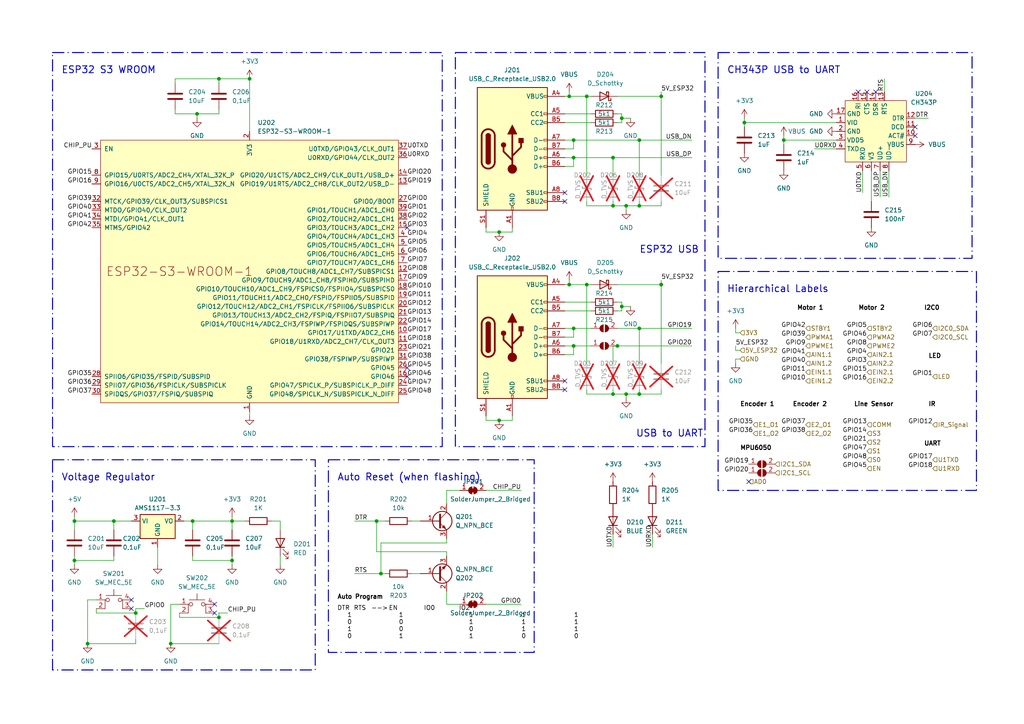
<source format=kicad_sch>
(kicad_sch (version 20230121) (generator eeschema)
  (paper "A4")
  (title_block (title "ESP32 S3") (comment 1 "Author: Pedro Henrique Germano Silva") (comment 2 "this is not a comertial product.") (comment 3 "Removed ESD protection from USB to reduce part count, reduce PCB complexity and size, and because"))
  (lib_symbols
    (symbol "Connector:USB_C_Receptacle_USB2.0" (pin_names (offset 1.016))
      (property "Reference" "J" (at -10.16 19.05 0))
      (property "Value" "USB_C_Receptacle_USB2.0" (at 19.05 19.05 0))
      (symbol "USB_C_Receptacle_USB2.0_1_1"
        (pin passive line (at 0 -22.86 90) (length 5.08) (name "GND") (number "A1"))
        (pin passive line (at 0 -22.86 90) (length 5.08) hide (name "GND") (number "A12"))
        (pin passive line (at 15.24 15.24 180) (length 5.08) (name "VBUS") (number "A4"))
        (pin bidirectional line (at 15.24 10.16 180) (length 5.08) (name "CC1") (number "A5"))
        (pin bidirectional line (at 15.24 -2.54 180) (length 5.08) (name "D+") (number "A6"))
        (pin bidirectional line (at 15.24 2.54 180) (length 5.08) (name "D-") (number "A7"))
        (pin bidirectional line (at 15.24 -12.7 180) (length 5.08) (name "SBU1") (number "A8"))
        (pin passive line (at 15.24 15.24 180) (length 5.08) hide (name "VBUS") (number "A9"))
        (pin passive line (at 0 -22.86 90) (length 5.08) hide (name "GND") (number "B1"))
        (pin passive line (at 0 -22.86 90) (length 5.08) hide (name "GND") (number "B12"))
        (pin passive line (at 15.24 15.24 180) (length 5.08) hide (name "VBUS") (number "B4"))
        (pin bidirectional line (at 15.24 7.62 180) (length 5.08) (name "CC2") (number "B5"))
        (pin bidirectional line (at 15.24 -5.08 180) (length 5.08) (name "D+") (number "B6"))
        (pin bidirectional line (at 15.24 0 180) (length 5.08) (name "D-") (number "B7"))
        (pin bidirectional line (at 15.24 -15.24 180) (length 5.08) (name "SBU2") (number "B8"))
        (pin passive line (at 15.24 15.24 180) (length 5.08) hide (name "VBUS") (number "B9"))
        (pin passive line (at -7.62 -22.86 90) (length 5.08) (name "SHIELD") (number "S1"))
      )
    )
    (symbol "Device:C" (pin_numbers hide) (pin_names (offset 0.254))
      (property "Reference" "C" (at 0.635 2.54 0))
      (property "Value" "C" (at 0.635 -2.54 0))
      (symbol "C_1_1"
        (pin passive line (at 0 3.81 270) (length 2.794) (name "~") (number "1"))
        (pin passive line (at 0 -3.81 90) (length 2.794) (name "~") (number "2"))
      )
    )
    (symbol "Device:D_Schottky" (pin_numbers hide) (pin_names (offset 1.016) hide)
      (property "Reference" "D" (at 0 2.54 0))
      (property "Value" "D_Schottky" (at 0 -2.54 0))
      (symbol "D_Schottky_1_1"
        (pin passive line (at -3.81 0 0) (length 2.54) (name "K") (number "1"))
        (pin passive line (at 3.81 0 180) (length 2.54) (name "A") (number "2"))
      )
    )
    (symbol "Device:D_TVS" (pin_numbers hide) (pin_names (offset 1.016) hide)
      (property "Reference" "D" (at 0 2.54 0))
      (property "Value" "D_TVS" (at 0 -2.54 0))
      (symbol "D_TVS_1_1"
        (pin passive line (at -3.81 0 0) (length 2.54) (name "A1") (number "1"))
        (pin passive line (at 3.81 0 180) (length 2.54) (name "A2") (number "2"))
      )
    )
    (symbol "Device:LED" (pin_numbers hide) (pin_names (offset 1.016) hide)
      (property "Reference" "D" (at 0 2.54 0))
      (property "Value" "LED" (at 0 -2.54 0))
      (symbol "LED_1_1"
        (pin passive line (at -3.81 0 0) (length 2.54) (name "K") (number "1"))
        (pin passive line (at 3.81 0 180) (length 2.54) (name "A") (number "2"))
      )
    )
    (symbol "Device:Q_NPN_BCE" (pin_names (offset 0) hide)
      (property "Reference" "Q" (at 5.08 1.27 0))
      (property "Value" "Q_NPN_BCE" (at 5.08 -1.27 0))
      (symbol "Q_NPN_BCE_1_1"
        (pin input line (at -5.08 0 0) (length 5.715) (name "B") (number "1"))
        (pin passive line (at 2.54 5.08 270) (length 2.54) (name "C") (number "2"))
        (pin passive line (at 2.54 -5.08 90) (length 2.54) (name "E") (number "3"))
      )
    )
    (symbol "Device:R" (pin_numbers hide) (pin_names (offset 0))
      (property "Reference" "R" (at 2.032 0 90))
      (property "Value" "R" (at 0 0 90))
      (symbol "R_1_1"
        (pin passive line (at 0 3.81 270) (length 1.27) (name "~") (number "1"))
        (pin passive line (at 0 -3.81 90) (length 1.27) (name "~") (number "2"))
      )
    )
    (symbol "Jumper:SolderJumper_2_Bridged" (pin_names (offset 0) hide)
      (property "Reference" "JP" (at 0 2.032 0))
      (property "Value" "SolderJumper_2_Bridged" (at 0 -2.54 0))
      (symbol "SolderJumper_2_Bridged_1_1"
        (pin passive line (at -3.81 0 0) (length 2.54) (name "A") (number "1"))
        (pin passive line (at 3.81 0 180) (length 2.54) (name "B") (number "2"))
      )
    )
    (symbol "Jumper:SolderJumper_2_Open" (pin_names (offset 0) hide)
      (property "Reference" "JP" (at 0 2.032 0))
      (property "Value" "SolderJumper_2_Open" (at 0 -2.54 0))
      (symbol "SolderJumper_2_Open_1_1"
        (pin passive line (at -3.81 0 0) (length 2.54) (name "A") (number "1"))
        (pin passive line (at 3.81 0 180) (length 2.54) (name "B") (number "2"))
      )
    )
    (symbol "PCM_Espressif:ESP32-S3-WROOM-1" (pin_names (offset 1.016))
      (property "Reference" "U" (at -43.18 43.18 0))
      (property "Value" "ESP32-S3-WROOM-1" (at -43.18 40.64 0))
      (symbol "ESP32-S3-WROOM-1_0_0"
        (text "ESP32-S3-WROOM-1" (at -20.32 0 0) (effects (font (size 2.54 2.54))))
        (pin power_in line (at 0 -40.64 90) (length 2.54) (name "GND") (number "1"))
        (pin bidirectional line (at 45.72 -17.78 180) (length 2.54) (name "GPIO17/U1TXD/ADC2_CH6") (number "10"))
        (pin bidirectional line (at 45.72 -20.32 180) (length 2.54) (name "GPIO18/U1RXD/ADC2_CH7/CLK_OUT3") (number "11"))
        (pin bidirectional line (at 45.72 0 180) (length 2.54) (name "GPIO8/TOUCH8/ADC1_CH7/SUBSPICS1") (number "12"))
        (pin bidirectional line (at 45.72 25.4 180) (length 2.54) (name "GPIO19/U1RTS/ADC2_CH8/CLK_OUT2/USB_D-") (number "13"))
        (pin bidirectional line (at 45.72 27.94 180) (length 2.54) (name "GPIO20/U1CTS/ADC2_CH9/CLK_OUT1/USB_D+") (number "14"))
        (pin bidirectional line (at 45.72 12.7 180) (length 2.54) (name "GPIO3/TOUCH3/ADC1_CH2") (number "15"))
        (pin bidirectional line (at 45.72 -30.48 180) (length 2.54) (name "GPIO46") (number "16"))
        (pin bidirectional line (at 45.72 -2.54 180) (length 2.54) (name "GPIO9/TOUCH9/ADC1_CH8/FSPIHD/SUBSPIHD") (number "17"))
        (pin bidirectional line (at 45.72 -5.08 180) (length 2.54) (name "GPIO10/TOUCH10/ADC1_CH9/FSPICS0/FSPIIO4/SUBSPICS0") (number "18"))
        (pin bidirectional line (at 45.72 -7.62 180) (length 2.54) (name "GPIO11/TOUCH11/ADC2_CH0/FSPID/FSPIIO5/SUBSPID") (number "19"))
        (pin power_in line (at 0 40.64 270) (length 2.54) (name "3V3") (number "2"))
        (pin bidirectional line (at 45.72 -10.16 180) (length 2.54) (name "GPIO12/TOUCH12/ADC2_CH1/FSPICLK/FSPIIO6/SUBSPICLK") (number "20"))
        (pin bidirectional line (at 45.72 -12.7 180) (length 2.54) (name "GPIO13/TOUCH13/ADC2_CH2/FSPIQ/FSPIIO7/SUBSPIQ") (number "21"))
        (pin bidirectional line (at 45.72 -15.24 180) (length 2.54) (name "GPIO14/TOUCH14/ADC2_CH3/FSPIWP/FSPIDQS/SUBSPIWP") (number "22"))
        (pin bidirectional line (at 45.72 -22.86 180) (length 2.54) (name "GPIO21") (number "23"))
        (pin bidirectional line (at 45.72 -33.02 180) (length 2.54) (name "GPIO47/SPICLK_P/SUBSPICLK_P_DIFF") (number "24"))
        (pin bidirectional line (at 45.72 -35.56 180) (length 2.54) (name "GPIO48/SPICLK_N/SUBSPICLK_N_DIFF") (number "25"))
        (pin bidirectional line (at 45.72 -27.94 180) (length 2.54) (name "GPIO45") (number "26"))
        (pin bidirectional line (at 45.72 20.32 180) (length 2.54) (name "GPIO0/BOOT") (number "27"))
        (pin bidirectional line (at -45.72 -30.48 0) (length 2.54) (name "SPIIO6/GPIO35/FSPID/SUBSPID") (number "28"))
        (pin bidirectional line (at -45.72 -33.02 0) (length 2.54) (name "SPIIO7/GPIO36/FSPICLK/SUBSPICLK") (number "29"))
        (pin input line (at -45.72 35.56 0) (length 2.54) (name "EN") (number "3"))
        (pin bidirectional line (at -45.72 -35.56 0) (length 2.54) (name "SPIDQS/GPIO37/FSPIQ/SUBSPIQ") (number "30"))
        (pin bidirectional line (at 45.72 -25.4 180) (length 2.54) (name "GPIO38/FSPIWP/SUBSPIWP") (number "31"))
        (pin bidirectional line (at -45.72 20.32 0) (length 2.54) (name "MTCK/GPIO39/CLK_OUT3/SUBSPICS1") (number "32"))
        (pin bidirectional line (at -45.72 17.78 0) (length 2.54) (name "MTDO/GPIO40/CLK_OUT2") (number "33"))
        (pin bidirectional line (at -45.72 15.24 0) (length 2.54) (name "MTDI/GPIO41/CLK_OUT1") (number "34"))
        (pin bidirectional line (at -45.72 12.7 0) (length 2.54) (name "MTMS/GPIO42") (number "35"))
        (pin bidirectional line (at 45.72 33.02 180) (length 2.54) (name "U0RXD/GPIO44/CLK_OUT2") (number "36"))
        (pin bidirectional line (at 45.72 35.56 180) (length 2.54) (name "U0TXD/GPIO43/CLK_OUT1") (number "37"))
        (pin bidirectional line (at 45.72 15.24 180) (length 2.54) (name "GPIO2/TOUCH2/ADC1_CH1") (number "38"))
        (pin bidirectional line (at 45.72 17.78 180) (length 2.54) (name "GPIO1/TOUCH1/ADC1_CH0") (number "39"))
        (pin bidirectional line (at 45.72 10.16 180) (length 2.54) (name "GPIO4/TOUCH4/ADC1_CH3") (number "4"))
        (pin passive line (at 0 -40.64 90) (length 2.54) hide (name "GND") (number "40"))
        (pin passive line (at 0 -40.64 90) (length 2.54) hide (name "GND") (number "41"))
        (pin bidirectional line (at 45.72 7.62 180) (length 2.54) (name "GPIO5/TOUCH5/ADC1_CH4") (number "5"))
        (pin bidirectional line (at 45.72 5.08 180) (length 2.54) (name "GPIO6/TOUCH6/ADC1_CH5") (number "6"))
        (pin bidirectional line (at 45.72 2.54 180) (length 2.54) (name "GPIO7/TOUCH7/ADC1_CH6") (number "7"))
        (pin bidirectional line (at -45.72 27.94 0) (length 2.54) (name "GPIO15/U0RTS/ADC2_CH4/XTAL_32K_P") (number "8"))
        (pin bidirectional line (at -45.72 25.4 0) (length 2.54) (name "GPIO16/U0CTS/ADC2_CH5/XTAL_32K_N") (number "9"))
      )
    )
    (symbol "Regulator_Linear:AMS1117-3.3"
      (property "Reference" "U" (at -3.81 3.175 0))
      (property "Value" "AMS1117-3.3" (at 0 3.175 0))
      (symbol "AMS1117-3.3_1_1"
        (pin power_in line (at 0 -7.62 90) (length 2.54) (name "GND") (number "1"))
        (pin power_out line (at 7.62 0 180) (length 2.54) (name "VO") (number "2"))
        (pin power_in line (at -7.62 0 0) (length 2.54) (name "VI") (number "3"))
      )
    )
    (symbol "Switch:SW_MEC_5E" (pin_names (offset 1.016) hide)
      (property "Reference" "SW" (at 0.635 5.715 0))
      (property "Value" "SW_MEC_5E" (at 0 -3.175 0))
      (symbol "SW_MEC_5E_0_1"
        (pin passive line (at -5.08 2.54 0) (length 2.54) (name "1") (number "1"))
        (pin passive line (at -5.08 0 0) (length 2.54) (name "2") (number "2"))
        (pin passive line (at 5.08 0 180) (length 2.54) (name "K") (number "3"))
        (pin passive line (at 5.08 2.54 180) (length 2.54) (name "A") (number "4"))
      )
    )
    (symbol "power:+3V3" (power) (pin_names (offset 0))
      (property "Value" "+3V3" (at 0 3.556 0))
      (symbol "+3V3_1_1"
        (pin power_in line (at 0 0 90) (length 0) hide (name "+3V3") (number "1"))
      )
    )
    (symbol "power:+5V" (power) (pin_names (offset 0))
      (property "Value" "+5V" (at 0 3.556 0))
      (symbol "+5V_1_1"
        (pin power_in line (at 0 0 90) (length 0) hide (name "+5V") (number "1"))
      )
    )
    (symbol "power:GND" (power) (pin_names (offset 0))
      (property "Value" "GND" (at 0 -3.81 0))
      (symbol "GND_1_1"
        (pin power_in line (at 0 0 270) (length 0) hide (name "GND") (number "1"))
      )
    )
    (symbol "power:VBUS" (power) (pin_names (offset 0))
      (property "Value" "VBUS" (at 0 3.81 0))
      (symbol "VBUS_1_1"
        (pin power_in line (at 0 0 90) (length 0) hide (name "VBUS") (number "1"))
      )
    )
    (symbol "wch_mcu_peripheral:CH343P"
      (property "Reference" "U" (at 3.81 -19.05 0))
      (property "Value" "CH343P" (at -1.27 -19.05 0))
      (symbol "CH343P_1_1"
        (pin passive line (at -2.54 -11.43 90) (length 2.54) (name "VIO") (number "1"))
        (pin passive line (at 1.27 11.43 270) (length 2.54) (name "ACT#") (number "10"))
        (pin passive line (at -1.27 11.43 270) (length 2.54) (name "DCD") (number "11"))
        (pin passive line (at -3.81 11.43 270) (length 2.54) (name "DTR") (number "12"))
        (pin passive line (at -11.43 2.54 0) (length 2.54) (name "RTS") (number "13"))
        (pin passive line (at -11.43 0 0) (length 2.54) (name "DSR") (number "14"))
        (pin passive line (at -11.43 -2.54 0) (length 2.54) (name "CTS") (number "15"))
        (pin passive line (at -11.43 -5.08 0) (length 2.54) (name "RI") (number "16"))
        (pin power_in line (at -5.08 -11.43 90) (length 2.54) (name "GND") (number "17"))
        (pin power_in line (at 0 -11.43 90) (length 2.54) (name "GND") (number "2"))
        (pin power_in line (at 2.54 -11.43 90) (length 2.54) (name "VDD5") (number "3"))
        (pin output line (at 5.08 -11.43 90) (length 2.54) (name "TXD") (number "4"))
        (pin input line (at 11.43 -3.81 180) (length 2.54) (name "RXD") (number "5"))
        (pin passive line (at 11.43 -1.27 180) (length 2.54) (name "V3") (number "6"))
        (pin bidirectional line (at 11.43 1.27 180) (length 2.54) (name "UD+") (number "7"))
        (pin bidirectional line (at 11.43 3.81 180) (length 2.54) (name "UD-") (number "8"))
        (pin power_in line (at 3.81 11.43 270) (length 2.54) (name "VBUS") (number "9"))
      )
    )
  )
  (junction (at 57.15 33.02))
  (junction (at 215.9 35.56))
  (junction (at 180.34 34.29))
  (junction (at 181.61 59.69))
  (junction (at 109.22 151.13))
  (junction (at 170.18 27.94))
  (junction (at 177.8 114.3))
  (junction (at 72.39 22.86))
  (junction (at 55.88 151.13))
  (junction (at 21.59 162.56))
  (junction (at 49.53 186.69))
  (junction (at 166.37 45.72))
  (junction (at 110.49 166.37))
  (junction (at 180.34 88.9))
  (junction (at 227.33 40.64))
  (junction (at 179.07 100.33))
  (junction (at 170.18 82.55))
  (junction (at 166.37 95.25))
  (junction (at 33.02 151.13))
  (junction (at 185.42 40.64))
  (junction (at 185.42 95.25))
  (junction (at 166.37 40.64))
  (junction (at 21.59 151.13))
  (junction (at 181.61 114.3))
  (junction (at 191.77 82.55))
  (junction (at 25.4 186.69))
  (junction (at 67.31 162.56))
  (junction (at 166.37 100.33))
  (junction (at 177.8 59.69))
  (junction (at 63.5 179.07))
  (junction (at 144.78 67.31))
  (junction (at 191.77 27.94))
  (junction (at 165.1 27.94))
  (junction (at 185.42 59.69))
  (junction (at 185.42 114.3))
  (junction (at 39.37 177.8))
  (junction (at 144.78 121.92))
  (junction (at 63.5 22.86))
  (junction (at 165.1 82.55))
  (junction (at 177.8 45.72))
  (junction (at 67.31 151.13))
  (no_connect (at 62.23 175.26))
  (no_connect (at 265.43 39.37))
  (no_connect (at 163.83 55.88))
  (no_connect (at 248.92 26.67))
  (no_connect (at 118.11 66.04))
  (no_connect (at 118.11 106.68))
  (no_connect (at 254 26.67))
  (no_connect (at 38.1 173.99))
  (no_connect (at 251.46 26.67))
  (no_connect (at 62.23 177.8))
  (no_connect (at 163.83 110.49))
  (no_connect (at 217.17 139.7))
  (no_connect (at 163.83 58.42))
  (no_connect (at 118.11 109.22))
  (no_connect (at 38.1 176.53))
  (no_connect (at 265.43 36.83))
  (no_connect (at 163.83 113.03))
  (wire (pts (xy 163.83 97.79) (xy 166.37 97.79)))
  (wire (pts (xy 63.5 24.13) (xy 63.5 22.86)))
  (wire (pts (xy 191.77 27.94) (xy 191.77 26.67)))
  (wire (pts (xy 214.63 101.6) (xy 213.36 101.6)))
  (wire (pts (xy 181.61 59.69) (xy 185.42 59.69)))
  (wire (pts (xy 227.33 40.64) (xy 242.57 40.64)))
  (wire (pts (xy 53.34 151.13) (xy 55.88 151.13)))
  (wire (pts (xy 78.74 151.13) (xy 81.28 151.13)))
  (wire (pts (xy 213.36 95.25) (xy 213.36 96.52)))
  (wire (pts (xy 72.39 119.38) (xy 72.39 120.65)))
  (wire (pts (xy 170.18 82.55) (xy 170.18 105.41)))
  (wire (pts (xy 110.49 157.48) (xy 129.54 157.48)))
  (wire (pts (xy 163.83 43.18) (xy 166.37 43.18)))
  (wire (pts (xy 170.18 58.42) (xy 170.18 59.69)))
  (wire (pts (xy 39.37 176.53) (xy 41.91 176.53)))
  (wire (pts (xy 163.83 45.72) (xy 166.37 45.72)))
  (wire (pts (xy 163.83 35.56) (xy 171.45 35.56)))
  (wire (pts (xy 63.5 179.07) (xy 63.5 177.8)))
  (wire (pts (xy 163.83 87.63) (xy 171.45 87.63)))
  (wire (pts (xy 163.83 90.17) (xy 171.45 90.17)))
  (wire (pts (xy 38.1 151.13) (xy 33.02 151.13)))
  (wire (pts (xy 140.97 120.65) (xy 140.97 121.92)))
  (wire (pts (xy 177.8 100.33) (xy 179.07 100.33)))
  (wire (pts (xy 177.8 154.94) (xy 177.8 158.75)))
  (wire (pts (xy 140.97 175.26) (xy 151.13 175.26)))
  (wire (pts (xy 191.77 50.8) (xy 191.77 27.94)))
  (wire (pts (xy 33.02 161.29) (xy 33.02 162.56)))
  (wire (pts (xy 180.34 35.56) (xy 179.07 35.56)))
  (wire (pts (xy 170.18 114.3) (xy 177.8 114.3)))
  (wire (pts (xy 27.94 173.99) (xy 25.4 173.99)))
  (wire (pts (xy 252.73 49.53) (xy 252.73 58.42)))
  (wire (pts (xy 177.8 100.33) (xy 177.8 105.41)))
  (wire (pts (xy 21.59 162.56) (xy 21.59 163.83)))
  (wire (pts (xy 63.5 177.8) (xy 66.04 177.8)))
  (wire (pts (xy 55.88 161.29) (xy 55.88 162.56)))
  (wire (pts (xy 57.15 33.02) (xy 57.15 34.29)))
  (wire (pts (xy 256.54 22.86) (xy 256.54 26.67)))
  (wire (pts (xy 129.54 146.05) (xy 129.54 142.24)))
  (wire (pts (xy 50.8 24.13) (xy 50.8 22.86)))
  (wire (pts (xy 81.28 161.29) (xy 81.28 163.83)))
  (wire (pts (xy 45.72 158.75) (xy 45.72 163.83)))
  (wire (pts (xy 148.59 67.31) (xy 144.78 67.31)))
  (wire (pts (xy 165.1 27.94) (xy 165.1 26.67)))
  (wire (pts (xy 163.83 100.33) (xy 166.37 100.33)))
  (wire (pts (xy 129.54 157.48) (xy 129.54 156.21)))
  (wire (pts (xy 109.22 151.13) (xy 109.22 160.02)))
  (wire (pts (xy 191.77 59.69) (xy 185.42 59.69)))
  (wire (pts (xy 52.07 179.07) (xy 63.5 179.07)))
  (wire (pts (xy 50.8 33.02) (xy 57.15 33.02)))
  (wire (pts (xy 189.23 154.94) (xy 189.23 158.75)))
  (wire (pts (xy 215.9 35.56) (xy 242.57 35.56)))
  (wire (pts (xy 185.42 113.03) (xy 185.42 114.3)))
  (wire (pts (xy 140.97 67.31) (xy 144.78 67.31)))
  (wire (pts (xy 165.1 82.55) (xy 165.1 81.28)))
  (wire (pts (xy 81.28 151.13) (xy 81.28 153.67)))
  (wire (pts (xy 163.83 27.94) (xy 165.1 27.94)))
  (wire (pts (xy 185.42 95.25) (xy 185.42 105.41)))
  (wire (pts (xy 179.07 27.94) (xy 191.77 27.94)))
  (wire (pts (xy 163.83 82.55) (xy 165.1 82.55)))
  (wire (pts (xy 170.18 82.55) (xy 171.45 82.55)))
  (wire (pts (xy 166.37 100.33) (xy 171.45 100.33)))
  (wire (pts (xy 163.83 40.64) (xy 166.37 40.64)))
  (wire (pts (xy 27.94 177.8) (xy 39.37 177.8)))
  (wire (pts (xy 180.34 88.9) (xy 180.34 90.17)))
  (wire (pts (xy 63.5 22.86) (xy 72.39 22.86)))
  (wire (pts (xy 181.61 114.3) (xy 181.61 115.57)))
  (wire (pts (xy 170.18 27.94) (xy 170.18 50.8)))
  (wire (pts (xy 191.77 58.42) (xy 191.77 59.69)))
  (wire (pts (xy 215.9 36.83) (xy 215.9 35.56)))
  (wire (pts (xy 227.33 39.37) (xy 227.33 40.64)))
  (wire (pts (xy 49.53 175.26) (xy 49.53 186.69)))
  (wire (pts (xy 177.8 45.72) (xy 177.8 50.8)))
  (wire (pts (xy 227.33 40.64) (xy 227.33 41.91)))
  (wire (pts (xy 129.54 160.02) (xy 129.54 161.29)))
  (wire (pts (xy 177.8 114.3) (xy 181.61 114.3)))
  (wire (pts (xy 163.83 33.02) (xy 171.45 33.02)))
  (wire (pts (xy 181.61 114.3) (xy 185.42 114.3)))
  (wire (pts (xy 166.37 40.64) (xy 185.42 40.64)))
  (wire (pts (xy 72.39 22.86) (xy 72.39 38.1)))
  (wire (pts (xy 191.77 82.55) (xy 191.77 81.28)))
  (wire (pts (xy 213.36 101.6) (xy 213.36 100.33)))
  (wire (pts (xy 102.87 166.37) (xy 110.49 166.37)))
  (wire (pts (xy 166.37 48.26) (xy 166.37 45.72)))
  (wire (pts (xy 119.38 166.37) (xy 121.92 166.37)))
  (wire (pts (xy 109.22 160.02) (xy 129.54 160.02)))
  (wire (pts (xy 133.35 175.26) (xy 129.54 175.26)))
  (wire (pts (xy 179.07 82.55) (xy 191.77 82.55)))
  (wire (pts (xy 21.59 161.29) (xy 21.59 162.56)))
  (wire (pts (xy 191.77 113.03) (xy 191.77 114.3)))
  (wire (pts (xy 55.88 151.13) (xy 55.88 153.67)))
  (wire (pts (xy 177.8 59.69) (xy 181.61 59.69)))
  (wire (pts (xy 166.37 43.18) (xy 166.37 40.64)))
  (wire (pts (xy 170.18 59.69) (xy 177.8 59.69)))
  (wire (pts (xy 185.42 58.42) (xy 185.42 59.69)))
  (wire (pts (xy 33.02 151.13) (xy 33.02 153.67)))
  (wire (pts (xy 179.07 33.02) (xy 180.34 33.02)))
  (wire (pts (xy 179.07 95.25) (xy 185.42 95.25)))
  (wire (pts (xy 185.42 40.64) (xy 200.66 40.64)))
  (wire (pts (xy 25.4 173.99) (xy 25.4 186.69)))
  (wire (pts (xy 213.36 104.14) (xy 214.63 104.14)))
  (wire (pts (xy 179.07 100.33) (xy 200.66 100.33)))
  (wire (pts (xy 181.61 59.69) (xy 181.61 60.96)))
  (wire (pts (xy 67.31 162.56) (xy 67.31 163.83)))
  (wire (pts (xy 250.19 49.53) (xy 250.19 55.88)))
  (wire (pts (xy 163.83 95.25) (xy 166.37 95.25)))
  (wire (pts (xy 191.77 105.41) (xy 191.77 82.55)))
  (wire (pts (xy 265.43 34.29) (xy 269.24 34.29)))
  (wire (pts (xy 185.42 95.25) (xy 200.66 95.25)))
  (wire (pts (xy 165.1 27.94) (xy 170.18 27.94)))
  (wire (pts (xy 39.37 186.69) (xy 25.4 186.69)))
  (wire (pts (xy 215.9 34.29) (xy 215.9 35.56)))
  (wire (pts (xy 57.15 33.02) (xy 63.5 33.02)))
  (wire (pts (xy 148.59 120.65) (xy 148.59 121.92)))
  (wire (pts (xy 111.76 166.37) (xy 110.49 166.37)))
  (wire (pts (xy 191.77 114.3) (xy 185.42 114.3)))
  (wire (pts (xy 55.88 162.56) (xy 67.31 162.56)))
  (wire (pts (xy 179.07 87.63) (xy 180.34 87.63)))
  (wire (pts (xy 52.07 177.8) (xy 52.07 179.07)))
  (wire (pts (xy 129.54 142.24) (xy 133.35 142.24)))
  (wire (pts (xy 213.36 105.41) (xy 213.36 104.14)))
  (wire (pts (xy 140.97 66.04) (xy 140.97 67.31)))
  (wire (pts (xy 180.34 34.29) (xy 180.34 35.56)))
  (wire (pts (xy 39.37 185.42) (xy 39.37 186.69)))
  (wire (pts (xy 180.34 88.9) (xy 182.88 88.9)))
  (wire (pts (xy 255.27 49.53) (xy 255.27 57.15)))
  (wire (pts (xy 21.59 149.86) (xy 21.59 151.13)))
  (wire (pts (xy 119.38 151.13) (xy 121.92 151.13)))
  (wire (pts (xy 166.37 45.72) (xy 177.8 45.72)))
  (wire (pts (xy 177.8 45.72) (xy 200.66 45.72)))
  (wire (pts (xy 21.59 151.13) (xy 21.59 153.67)))
  (wire (pts (xy 33.02 151.13) (xy 21.59 151.13)))
  (wire (pts (xy 177.8 113.03) (xy 177.8 114.3)))
  (wire (pts (xy 177.8 58.42) (xy 177.8 59.69)))
  (wire (pts (xy 67.31 151.13) (xy 55.88 151.13)))
  (wire (pts (xy 67.31 149.86) (xy 67.31 151.13)))
  (wire (pts (xy 27.94 176.53) (xy 27.94 177.8)))
  (wire (pts (xy 129.54 175.26) (xy 129.54 171.45)))
  (wire (pts (xy 165.1 82.55) (xy 170.18 82.55)))
  (wire (pts (xy 50.8 31.75) (xy 50.8 33.02)))
  (wire (pts (xy 170.18 27.94) (xy 171.45 27.94)))
  (wire (pts (xy 213.36 96.52) (xy 214.63 96.52)))
  (wire (pts (xy 185.42 40.64) (xy 185.42 50.8)))
  (wire (pts (xy 52.07 175.26) (xy 49.53 175.26)))
  (wire (pts (xy 166.37 97.79) (xy 166.37 95.25)))
  (wire (pts (xy 39.37 177.8) (xy 39.37 176.53)))
  (wire (pts (xy 257.81 49.53) (xy 257.81 57.15)))
  (wire (pts (xy 140.97 121.92) (xy 144.78 121.92)))
  (wire (pts (xy 33.02 162.56) (xy 21.59 162.56)))
  (wire (pts (xy 140.97 142.24) (xy 151.13 142.24)))
  (wire (pts (xy 180.34 34.29) (xy 182.88 34.29)))
  (wire (pts (xy 236.22 43.18) (xy 242.57 43.18)))
  (wire (pts (xy 166.37 102.87) (xy 166.37 100.33)))
  (wire (pts (xy 163.83 102.87) (xy 166.37 102.87)))
  (wire (pts (xy 180.34 87.63) (xy 180.34 88.9)))
  (wire (pts (xy 109.22 151.13) (xy 111.76 151.13)))
  (wire (pts (xy 163.83 48.26) (xy 166.37 48.26)))
  (wire (pts (xy 180.34 33.02) (xy 180.34 34.29)))
  (wire (pts (xy 110.49 166.37) (xy 110.49 157.48)))
  (wire (pts (xy 67.31 161.29) (xy 67.31 162.56)))
  (wire (pts (xy 180.34 90.17) (xy 179.07 90.17)))
  (wire (pts (xy 148.59 121.92) (xy 144.78 121.92)))
  (wire (pts (xy 49.53 186.69) (xy 63.5 186.69)))
  (wire (pts (xy 166.37 95.25) (xy 171.45 95.25)))
  (wire (pts (xy 50.8 22.86) (xy 63.5 22.86)))
  (wire (pts (xy 67.31 153.67) (xy 67.31 151.13)))
  (wire (pts (xy 148.59 66.04) (xy 148.59 67.31)))
  (wire (pts (xy 170.18 113.03) (xy 170.18 114.3)))
  (wire (pts (xy 63.5 33.02) (xy 63.5 31.75)))
  (wire (pts (xy 102.87 151.13) (xy 109.22 151.13)))
  (wire (pts (xy 67.31 151.13) (xy 71.12 151.13)))
  (rectangle (start 15.24 133.35) (end 91.44 194.31) (stroke (width 0.3) (type dash_dot)))
  (rectangle (start 208.28 78.74) (end 283.21 142.24) (stroke (width 0.3) (type dash_dot)))
  (rectangle (start 132.08 15.24) (end 204.47 129.54) (stroke (width 0.3) (type dash_dot)))
  (rectangle (start 208.28 15.24) (end 281.94 74.93) (stroke (width 0.3) (type dash_dot)))
  (rectangle (start 15.24 15.24) (end 128.27 129.54) (stroke (width 0.3) (type dash_dot)))
  (rectangle (start 95.25 133.35) (end 154.94 189.23) (stroke (width 0.3) (type dash_dot)))
  (text "Voltage Regulator" (at 17.78 139.7 0) (effects (font (size 2 2) (thickness 0.254) bold) (justify left bottom)))
  (text "ESP32 S3 WROOM" (at 17.78 21.59 0) (effects (font (size 2 2) (thickness 0.254) bold) (justify left bottom)))
  (text "DTR	RTS	-->	EN		IO0		IO2\n   1		   1			   1		   1		   1\n   0		   0			   1		   1		   1\n   1		   0			   0		   1		   1\n   0		   1			   1		   0		   0" (at 97.79 185.42 0) (effects (font (size 1.27 1.27)) (justify left bottom)))
  (text "MPU6050" (at 214.63 130.81 0) (effects (font (size 1.27 1.27) (thickness 0.254) bold) (justify left bottom)))
  (text "Motor 1" (at 231.14 90.17 0) (effects (font (size 1.27 1.27) (thickness 0.254) bold) (justify left bottom)))
  (text "Auto Program" (at 97.79 173.99 0) (effects (font (size 1.27 1.27) (thickness 0.254) bold) (justify left bottom)))
  (text "Line Sensor" (at 247.65 118.11 0) (effects (font (size 1.27 1.27) (thickness 0.254) bold) (justify left bottom)))
  (text "IR" (at 269.24 118.11 0) (effects (font (size 1.27 1.27) (thickness 0.254) bold) (justify left bottom)))
  (text " USB to UART" (at 182.88 127 0) (effects (font (size 2 2) (thickness 0.254) bold) (justify left bottom)))
  (text "UART" (at 267.97 129.54 0) (effects (font (size 1.27 1.27) (thickness 0.254) bold) (justify left bottom)))
  (text "Encoder 1" (at 214.63 118.11 0) (effects (font (size 1.27 1.27) (thickness 0.254) bold) (justify left bottom)))
  (text "ESP32 USB" (at 185.42 73.66 0) (effects (font (size 2 2) (thickness 0.254) bold) (justify left bottom)))
  (text "Auto Reset (when flashing)" (at 97.79 139.7 0) (effects (font (size 2 2) (thickness 0.254) bold) (justify left bottom)))
  (text "CH343P USB to UART" (at 210.82 21.59 0) (effects (font (size 2 2) (thickness 0.254) bold) (justify left bottom)))
  (text "Hierarchical Labels" (at 210.82 85.09 0) (effects (font (size 2 2) (thickness 0.254) bold) (justify left bottom)))
  (text "Encoder 2" (at 229.87 118.11 0) (effects (font (size 1.27 1.27) (thickness 0.254) bold) (justify left bottom)))
  (text "Motor 2" (at 248.92 90.17 0) (effects (font (size 1.27 1.27) (thickness 0.254) bold) (justify left bottom)))
  (text "I2C0" (at 267.97 90.17 0) (effects (font (size 1.27 1.27) (thickness 0.254) bold) (justify left bottom)))
  (text "LED" (at 269.24 104.14 0) (effects (font (size 1.27 1.27) (thickness 0.254) bold) (justify left bottom)))
  (label "GPIO17" (at 270.51 133.35 180))
  (label "U0TXD" (at 250.19 55.88 90))
  (label "GPIO46" (at 118.11 109.22 0))
  (label "GPIO39" (at 233.68 97.79 180))
  (label "GPIO36" (at 26.67 111.76 180))
  (label "5V_ESP32" (at 191.77 81.28 0))
  (label "GPIO3" (at 251.46 105.41 180))
  (label "CHIP_PU" (at 26.67 43.18 180))
  (label "GPIO5" (at 118.11 71.12 0))
  (label "RTS" (at 256.54 22.86 270))
  (label "GPIO16" (at 251.46 110.49 180))
  (label "GPIO19" (at 217.17 134.62 180))
  (label "CHIP_PU" (at 151.13 142.24 180))
  (label "GPIO10" (at 233.68 110.49 180))
  (label "GPIO38" (at 233.68 125.73 180))
  (label "U0RXD" (at 236.22 43.18 0))
  (label "DTR" (at 102.87 151.13 0))
  (label "GPIO1" (at 270.51 109.22 180))
  (label "5V_ESP32" (at 213.36 100.33 0))
  (label "USB_DN" (at 257.81 57.15 90))
  (label "GPIO18" (at 118.11 99.06 0))
  (label "GPIO47" (at 118.11 111.76 0))
  (label "GPIO7" (at 270.51 97.79 180))
  (label "GPIO37" (at 233.68 123.19 180))
  (label "GPIO8" (at 118.11 78.74 0))
  (label "GPIO10" (at 118.11 83.82 0))
  (label "GPIO14" (at 118.11 93.98 0))
  (label "5V_ESP32" (at 191.77 26.67 0))
  (label "GPIO47" (at 251.46 130.81 180))
  (label "GPIO41" (at 233.68 102.87 180))
  (label "GPIO11" (at 118.11 86.36 0))
  (label "GPIO46" (at 251.46 97.79 180))
  (label "GPIO40" (at 26.67 60.96 180))
  (label "GPIO42" (at 233.68 95.25 180))
  (label "GPIO6" (at 118.11 73.66 0))
  (label "GPIO21" (at 251.46 128.27 180))
  (label "DTR" (at 269.24 34.29 180))
  (label "USB_DP" (at 200.66 45.72 180))
  (label "GPIO16" (at 26.67 53.34 180))
  (label "GPIO18" (at 270.51 135.89 180))
  (label "GPIO14" (at 251.46 125.73 180))
  (label "GPIO21" (at 118.11 101.6 0))
  (label "U0RXD" (at 118.11 45.72 0))
  (label "GPIO5" (at 251.46 95.25 180))
  (label "U0RXD" (at 189.23 158.75 90))
  (label "GPIO20" (at 200.66 100.33 180))
  (label "GPIO7" (at 118.11 76.2 0))
  (label "GPIO19" (at 200.66 95.25 180))
  (label "GPIO8" (at 251.46 100.33 180))
  (label "USB_DP" (at 255.27 57.15 90))
  (label "CHIP_PU" (at 66.04 177.8 0))
  (label "GPIO15" (at 251.46 107.95 180))
  (label "GPIO20" (at 217.17 137.16 180))
  (label "GPIO12" (at 118.11 88.9 0))
  (label "GPIO9" (at 233.68 100.33 180))
  (label "GPIO37" (at 26.67 114.3 180))
  (label "GPIO38" (at 118.11 104.14 0))
  (label "GPIO13" (at 118.11 91.44 0))
  (label "GPIO12" (at 270.51 123.19 180))
  (label "GPIO13" (at 251.46 123.19 180))
  (label "GPIO35" (at 26.67 109.22 180))
  (label "GPIO41" (at 26.67 63.5 180))
  (label "GPIO35" (at 218.44 123.19 180))
  (label "GPIO15" (at 26.67 50.8 180))
  (label "GPIO48" (at 118.11 114.3 0))
  (label "USB_DN" (at 200.66 40.64 180))
  (label "GPIO42" (at 26.67 66.04 180))
  (label "U0TXD" (at 118.11 43.18 0))
  (label "GPIO6" (at 270.51 95.25 180))
  (label "GPIO0" (at 118.11 58.42 0))
  (label "GPIO39" (at 26.67 58.42 180))
  (label "RTS" (at 102.87 166.37 0))
  (label "GPIO3" (at 118.11 66.04 0))
  (label "GPIO2" (at 118.11 63.5 0))
  (label "GPIO20" (at 118.11 50.8 0))
  (label "GPIO40" (at 233.68 105.41 180))
  (label "GPIO4" (at 251.46 102.87 180))
  (label "GPIO48" (at 251.46 133.35 180))
  (label "GPIO0" (at 41.91 176.53 0))
  (label "GPIO11" (at 233.68 107.95 180))
  (label "GPIO4" (at 118.11 68.58 0))
  (label "GPIO17" (at 118.11 96.52 0))
  (label "GPIO36" (at 218.44 125.73 180))
  (label "GPIO1" (at 118.11 60.96 0))
  (label "GPIO0" (at 151.13 175.26 180))
  (label "U0TXD" (at 177.8 158.75 90))
  (label "GPIO45" (at 251.46 135.89 180))
  (label "GPIO45" (at 118.11 106.68 0))
  (label "GPIO19" (at 118.11 53.34 0))
  (label "GPIO9" (at 118.11 81.28 0))
  (hierarchical_label "AIN2.2" (shape input) (at 251.46 105.41 0))
  (hierarchical_label "E1_O1" (shape input) (at 218.44 123.19 0))
  (hierarchical_label "E2_O1" (shape input) (at 233.68 123.19 0))
  (hierarchical_label "U1RXD" (shape input) (at 270.51 135.89 0))
  (hierarchical_label "PWME1" (shape input) (at 233.68 100.33 0))
  (hierarchical_label "AIN1.2" (shape input) (at 233.68 105.41 0))
  (hierarchical_label "STBY1" (shape input) (at 233.68 95.25 0))
  (hierarchical_label "S3" (shape input) (at 251.46 125.73 0))
  (hierarchical_label "EIN1.1" (shape input) (at 233.68 107.95 0))
  (hierarchical_label "COMM" (shape input) (at 251.46 123.19 0))
  (hierarchical_label "GND" (shape input) (at 214.63 104.14 0))
  (hierarchical_label "STBY2" (shape input) (at 251.46 95.25 0))
  (hierarchical_label "PWME2" (shape input) (at 251.46 100.33 0))
  (hierarchical_label "PWMA2" (shape input) (at 251.46 97.79 0))
  (hierarchical_label "S1" (shape input) (at 251.46 130.81 0))
  (hierarchical_label "LED" (shape input) (at 270.51 109.22 0))
  (hierarchical_label "5V_ESP32" (shape input) (at 214.63 101.6 0))
  (hierarchical_label "E2_O2" (shape input) (at 233.68 125.73 0))
  (hierarchical_label "U1TXD" (shape input) (at 270.51 133.35 0))
  (hierarchical_label "S2" (shape input) (at 251.46 128.27 0))
  (hierarchical_label "3V3" (shape input) (at 214.63 96.52 0))
  (hierarchical_label "I2C1_SCL" (shape input) (at 224.79 137.16 0))
  (hierarchical_label "EN" (shape input) (at 251.46 135.89 0))
  (hierarchical_label "PWMA1" (shape input) (at 233.68 97.79 0))
  (hierarchical_label "I2C1_SDA" (shape input) (at 224.79 134.62 0))
  (hierarchical_label "S0" (shape input) (at 251.46 133.35 0))
  (hierarchical_label "E1_O2" (shape input) (at 218.44 125.73 0))
  (hierarchical_label "IR_Signal" (shape input) (at 270.51 123.19 0))
  (hierarchical_label "EIN2.2" (shape input) (at 251.46 110.49 0))
  (hierarchical_label "EIN2.1" (shape input) (at 251.46 107.95 0))
  (hierarchical_label "EIN1.2" (shape input) (at 233.68 110.49 0))
  (hierarchical_label "AIN1.1" (shape input) (at 233.68 102.87 0))
  (hierarchical_label "I2C0_SDA" (shape input) (at 270.51 95.25 0))
  (hierarchical_label "I2C0_SCL" (shape input) (at 270.51 97.79 0))
  (hierarchical_label "AD0" (shape input) (at 217.17 139.7 0))
  (hierarchical_label "AIN2.1" (shape input) (at 251.46 102.87 0))
  (symbol (lib_id "Device:D_TVS") (at 170.18 109.22 90) (unit 1) (in_bom no) (on_board no) (dnp yes)
    (property "Reference" "D203" (at 166.37 105.41 90) (effects (justify right)))
    (property "Value" "D_TVS" (at 167.64 106.68 0) (effects (justify right)))
    (property "Footprint" "Diode_SMD:D_SOD-523" (effects hide))
    (property "LCSC" "C383211" (effects hide))
  )
  (symbol (lib_id "power:GND") (at 182.88 88.9 0) (unit 1)
    (property "Reference" "#PWR0228" (effects hide))
    (property "Value" "GND" (at 182.88 93.98 0))
  )
  (symbol (lib_id "Connector:USB_C_Receptacle_USB2.0") (at 148.59 97.79 0) (unit 1)
    (property "Reference" "J202" (at 148.59 74.93 0))
    (property "Value" "USB_C_Receptacle_USB2.0" (at 148.59 77.47 0))
    (property "Footprint" "Connector_USB:USB_C_Receptacle_G-Switch_GT-USB-7010ASV" (effects hide))
    (property "Datasheet" "https://www.usb.org/sites/default/files/documents/usb_type-c.zip" (effects hide))
    (property "LCSC" "C2765186" (effects hide))
  )
  (symbol (lib_id "Device:R") (at 74.93 151.13 90) (unit 1)
    (property "Reference" "R201" (at 74.93 144.78 90))
    (property "Value" "1K" (at 74.93 147.32 90))
    (property "Footprint" "Resistor_SMD:R_0805_2012Metric" (effects hide))
    (property "LCSC" "C17513" (effects hide))
  )
  (symbol (lib_id "Device:LED") (at 189.23 151.13 90) (unit 1)
    (property "Reference" "D211" (at 193.04 151.4474 90) (effects (justify right)))
    (property "Value" "GREEN" (at 193.04 153.9874 90) (effects (justify right)))
    (property "Footprint" "LED_SMD:LED_0805_2012Metric" (effects hide))
    (property "LCSC" "C84260" (effects hide))
  )
  (symbol (lib_id "Device:D_TVS") (at 170.18 54.61 90) (unit 1) (in_bom no) (on_board no) (dnp yes)
    (property "Reference" "D202" (at 166.37 50.8 90) (effects (justify right)))
    (property "Value" "D_TVS" (at 167.64 52.07 0) (effects (justify right)))
    (property "Footprint" "Diode_SMD:D_SOD-523" (effects hide))
    (property "LCSC" "C383211" (effects hide))
  )
  (symbol (lib_id "Device:C") (at 63.5 27.94 0) (unit 1)
    (property "Reference" "C206" (at 67.31 26.6699 0) (effects (justify left)))
    (property "Value" "0,1uF" (at 67.31 29.2099 0) (effects (justify left)))
    (property "Footprint" "Capacitor_SMD:C_0805_2012Metric" (effects hide))
    (property "LCSC" "C38141" (effects hide))
  )
  (symbol (lib_id "Device:C") (at 67.31 157.48 0) (unit 1)
    (property "Reference" "C207" (at 71.12 156.2099 0) (effects (justify left)))
    (property "Value" "10uF" (at 71.12 158.7499 0) (effects (justify left)))
    (property "Footprint" "Capacitor_SMD:C_0805_2012Metric" (effects hide))
    (property "LCSC" "C163225" (effects hide))
  )
  (symbol (lib_id "power:GND") (at 227.33 49.53 0) (unit 1)
    (property "Reference" "#PWR0234" (effects hide))
    (property "Value" "GND" (at 227.33 54.61 0))
  )
  (symbol (lib_id "Device:D_TVS") (at 185.42 109.22 90) (unit 1) (in_bom no) (on_board no) (dnp yes)
    (property "Reference" "D209" (at 181.61 105.41 90) (effects (justify right)))
    (property "Value" "D_TVS" (at 182.88 106.68 0) (effects (justify right)))
    (property "Footprint" "Diode_SMD:D_SOD-523" (effects hide))
    (property "LCSC" "C383211" (effects hide))
  )
  (symbol (lib_id "Device:Q_NPN_BCE") (at 127 151.13 0) (unit 1)
    (property "Reference" "Q201" (at 132.08 149.8599 0) (effects (justify left)))
    (property "Value" "Q_NPN_BCE" (at 132.08 152.3999 0) (effects (justify left)))
    (property "Footprint" "Package_TO_SOT_SMD:SOT-23" (effects hide))
    (property "LCSC" "C49581" (effects hide))
  )
  (symbol (lib_id "power:GND") (at 57.15 34.29 0) (unit 1)
    (property "Reference" "#PWR0206" (effects hide))
    (property "Value" "GND" (at 57.15 39.37 0))
  )
  (symbol (lib_id "Jumper:SolderJumper_2_Bridged") (at 137.16 142.24 0) (unit 1)
    (property "Reference" "JP201" (at 137.16 139.7 0))
    (property "Value" "SolderJumper_2_Bridged" (at 142.24 144.78 0))
    (property "Footprint" "Jumper:SolderJumper-2_P1.3mm_Bridged_RoundedPad1.0x1.5mm" (effects hide))
  )
  (symbol (lib_id "power:VBUS") (at 227.33 39.37 0) (unit 1)
    (property "Reference" "#PWR0229" (effects hide))
    (property "Value" "VBUS" (at 231.14 38.1 0))
  )
  (symbol (lib_id "power:+3V3") (at 177.8 139.7 0) (unit 1)
    (property "Reference" "#PWR0201" (effects hide))
    (property "Value" "+3V3" (at 177.8 134.62 0))
  )
  (symbol (lib_id "Device:C") (at 191.77 109.22 0) (unit 1) (in_bom no) (on_board no) (dnp yes)
    (property "Reference" "C212" (at 195.58 107.9499 0) (effects (justify left)))
    (property "Value" "10uF" (at 195.58 110.4899 0) (effects (justify left)))
    (property "Footprint" "Capacitor_SMD:C_0805_2012Metric" (effects hide))
  )
  (symbol (lib_id "Jumper:SolderJumper_2_Open") (at 175.26 100.33 0) (unit 1)
    (property "Reference" "JP204" (effects hide))
    (property "Value" "SolderJumper_2_Open" (effects hide))
    (property "Footprint" "Jumper:SolderJumper-2_P1.3mm_Open_TrianglePad1.0x1.5mm" (effects hide))
  )
  (symbol (lib_id "Device:LED") (at 177.8 151.13 90) (unit 1)
    (property "Reference" "D210" (at 181.61 151.4474 90) (effects (justify right)))
    (property "Value" "BLUE" (at 181.61 153.9874 90) (effects (justify right)))
    (property "Footprint" "LED_SMD:LED_0805_2012Metric" (effects hide))
    (property "LCSC" "C205441" (effects hide))
  )
  (symbol (lib_id "Device:LED") (at 81.28 157.48 90) (unit 1)
    (property "Reference" "D201" (at 85.09 157.7974 90) (effects (justify right)))
    (property "Value" "RED" (at 85.09 160.3374 90) (effects (justify right)))
    (property "Footprint" "LED_SMD:LED_0805_2012Metric" (effects hide))
    (property "LCSC" "C391863" (effects hide))
  )
  (symbol (lib_id "Switch:SW_MEC_5E") (at 57.15 177.8 0) (unit 1)
    (property "Reference" "SW202" (at 57.15 167.64 0))
    (property "Value" "SW_MEC_5E" (at 57.15 170.18 0))
    (property "Footprint" "Button_Switch_SMD:SW_SPST_B3U-1000P" (effects hide))
    (property "Datasheet" "http://www.apem.com/int/index.php?controller=attachment&id_attachment=1371" (effects hide))
    (property "LCSC" "C720477" (effects hide))
  )
  (symbol (lib_id "power:+5V") (at 21.59 149.86 0) (unit 1)
    (property "Reference" "#PWR0214" (effects hide))
    (property "Value" "+5V" (at 21.59 144.78 0))
  )
  (symbol (lib_id "Device:C") (at 55.88 157.48 0) (unit 1)
    (property "Reference" "C205" (at 59.69 156.2099 0) (effects (justify left)))
    (property "Value" "0,1uF" (at 59.69 158.7499 0) (effects (justify left)))
    (property "Footprint" "Capacitor_SMD:C_0805_2012Metric" (effects hide))
    (property "LCSC" "C38141" (effects hide))
  )
  (symbol (lib_id "power:GND") (at 21.59 163.83 0) (unit 1)
    (property "Reference" "#PWR0202" (effects hide))
    (property "Value" "GND" (at 21.59 168.91 0))
  )
  (symbol (lib_id "Device:C") (at 252.73 62.23 0) (unit 1)
    (property "Reference" "C215" (at 256.54 60.9599 0) (effects (justify left)))
    (property "Value" "100nF" (at 256.54 63.4999 0) (effects (justify left)))
    (property "Footprint" "Capacitor_SMD:C_0805_2012Metric" (effects hide))
    (property "LCSC" "C38141" (effects hide))
  )
  (symbol (lib_id "Device:C") (at 21.59 157.48 0) (unit 1)
    (property "Reference" "C201" (at 25.4 156.2099 0) (effects (justify left)))
    (property "Value" "10uF" (at 25.4 158.7499 0) (effects (justify left)))
    (property "Footprint" "Capacitor_SMD:C_0805_2012Metric" (effects hide))
    (property "LCSC" "C163225" (effects hide))
  )
  (symbol (lib_id "Device:Q_NPN_BCE") (at 127 166.37 0) (mirror x) (unit 1)
    (property "Reference" "Q202" (at 132.08 167.6401 0) (effects (justify left)))
    (property "Value" "Q_NPN_BCE" (at 132.08 165.1001 0) (effects (justify left)))
    (property "Footprint" "Package_TO_SOT_SMD:SOT-23" (effects hide))
    (property "LCSC" "C49581" (effects hide))
  )
  (symbol (lib_id "Device:R") (at 189.23 143.51 180) (unit 1)
    (property "Reference" "R205" (at 191.77 142.2399 0) (effects (justify right)))
    (property "Value" "1K" (at 191.77 144.7799 0) (effects (justify right)))
    (property "Footprint" "Resistor_SMD:R_0805_2012Metric" (effects hide))
    (property "LCSC" "C17513" (effects hide))
  )
  (symbol (lib_id "Regulator_Linear:AMS1117-3.3") (at 45.72 151.13 0) (unit 1)
    (property "Reference" "U201" (at 45.72 144.78 0))
    (property "Value" "AMS1117-3.3" (at 45.72 147.32 0))
    (property "Footprint" "Package_TO_SOT_SMD:SOT-223-3_TabPin2" (effects hide))
    (property "Datasheet" "http://www.advanced-monolithic.com/pdf/ds1117.pdf" (effects hide))
    (property "LCSC" "C347222" (effects hide))
  )
  (symbol (lib_id "Device:D_Schottky") (at 175.26 82.55 180) (unit 1)
    (property "Reference" "D205" (at 175.5775 76.2 0))
    (property "Value" "D_Schottky" (at 175.5775 78.74 0))
    (property "Footprint" "Diode_SMD:D_SOD-123" (effects hide))
    (property "LCSC" "C2891704" (effects hide))
  )
  (symbol (lib_id "Device:D_Schottky") (at 175.26 27.94 180) (unit 1)
    (property "Reference" "D204" (at 175.5775 21.59 0))
    (property "Value" "D_Schottky" (at 175.5775 24.13 0))
    (property "Footprint" "Diode_SMD:D_SOD-123" (effects hide))
    (property "LCSC" "C2891704" (effects hide))
  )
  (symbol (lib_id "power:GND") (at 81.28 163.83 0) (unit 1)
    (property "Reference" "#PWR0211" (effects hide))
    (property "Value" "GND" (at 81.28 168.91 0))
  )
  (symbol (lib_id "Device:C") (at 39.37 181.61 0) (unit 1) (in_bom no) (on_board no) (dnp yes)
    (property "Reference" "C203" (at 43.18 180.3399 0) (effects (justify left)))
    (property "Value" "0,1uF" (at 43.18 182.8799 0) (effects (justify left)))
    (property "Footprint" "Capacitor_SMD:C_0805_2012Metric" (effects hide))
  )
  (symbol (lib_id "power:GND") (at 215.9 44.45 0) (unit 1)
    (property "Reference" "#PWR0233" (effects hide))
    (property "Value" "GND" (at 215.9 49.53 0))
  )
  (symbol (lib_id "power:GND") (at 213.36 105.41 0) (unit 1)
    (property "Reference" "#PWR0218" (effects hide))
    (property "Value" "GND" (at 213.36 110.49 0))
  )
  (symbol (lib_id "power:VBUS") (at 165.1 26.67 0) (unit 1)
    (property "Reference" "#PWR0221" (effects hide))
    (property "Value" "VBUS" (at 165.1 21.59 0))
  )
  (symbol (lib_id "power:GND") (at 242.57 38.1 270) (unit 1)
    (property "Reference" "#PWR0224" (effects hide))
    (property "Value" "GND" (at 238.76 38.0999 90) (effects (justify right)))
  )
  (symbol (lib_id "power:GND") (at 182.88 34.29 0) (unit 1)
    (property "Reference" "#PWR0227" (effects hide))
    (property "Value" "GND" (at 182.88 39.37 0))
  )
  (symbol (lib_id "Switch:SW_MEC_5E") (at 33.02 176.53 0) (unit 1)
    (property "Reference" "SW201" (at 33.02 166.37 0))
    (property "Value" "SW_MEC_5E" (at 33.02 168.91 0))
    (property "Footprint" "Button_Switch_SMD:SW_SPST_B3U-1000P" (effects hide))
    (property "Datasheet" "http://www.apem.com/int/index.php?controller=attachment&id_attachment=1371" (effects hide))
    (property "LCSC" "C720477" (effects hide))
  )
  (symbol (lib_id "wch_mcu_peripheral:CH343P") (at 254 38.1 270) (unit 1)
    (property "Reference" "U204" (at 267.97 27.1627 90))
    (property "Value" "CH343P" (at 267.97 29.7027 90))
    (property "Footprint" "Package_DFN_QFN:TQFN-16-1EP_3x3mm_P0.5mm_EP1.23x1.23mm" (effects hide))
    (property "LCSC" "C2846043" (effects hide))
  )
  (symbol (lib_id "Jumper:SolderJumper_2_Open") (at 175.26 95.25 0) (unit 1)
    (property "Reference" "JP203" (effects hide))
    (property "Value" "SolderJumper_2_Open" (effects hide))
    (property "Footprint" "Jumper:SolderJumper-2_P1.3mm_Open_TrianglePad1.0x1.5mm" (effects hide))
  )
  (symbol (lib_id "power:GND") (at 144.78 121.92 0) (unit 1)
    (property "Reference" "#PWR0220" (effects hide))
    (property "Value" "GND" (at 144.78 127 0))
  )
  (symbol (lib_id "Device:R") (at 175.26 35.56 90) (unit 1)
    (property "Reference" "R213" (at 175.26 38.1 90))
    (property "Value" "5k1" (at 175.26 35.56 90))
    (property "Footprint" "Resistor_SMD:R_0805_2012Metric" (effects hide))
    (property "LCSC" "C27834" (effects hide))
  )
  (symbol (lib_id "Device:C") (at 215.9 40.64 0) (unit 1)
    (property "Reference" "C213" (at 219.71 39.3699 0) (effects (justify left)))
    (property "Value" "1uF" (at 219.71 41.9099 0) (effects (justify left)))
    (property "Footprint" "Capacitor_SMD:C_0805_2012Metric" (effects hide))
    (property "LCSC" "C28323" (effects hide))
  )
  (symbol (lib_id "Jumper:SolderJumper_2_Open") (at 220.98 134.62 0) (unit 1)
    (property "Reference" "JP205" (effects hide))
    (property "Value" "SolderJumper_2_Open" (effects hide))
    (property "Footprint" "Jumper:SolderJumper-2_P1.3mm_Open_TrianglePad1.0x1.5mm" (effects hide))
  )
  (symbol (lib_id "power:GND") (at 144.78 67.31 0) (unit 1)
    (property "Reference" "#PWR0219" (effects hide))
    (property "Value" "GND" (at 144.78 72.39 0))
  )
  (symbol (lib_id "Jumper:SolderJumper_2_Open") (at 220.98 137.16 0) (unit 1)
    (property "Reference" "JP206" (effects hide))
    (property "Value" "SolderJumper_2_Open" (effects hide))
    (property "Footprint" "Jumper:SolderJumper-2_P1.3mm_Open_TrianglePad1.0x1.5mm" (effects hide))
  )
  (symbol (lib_id "Jumper:SolderJumper_2_Bridged") (at 137.16 175.26 0) (unit 1)
    (property "Reference" "JP202" (at 137.16 172.72 0))
    (property "Value" "SolderJumper_2_Bridged" (at 142.24 177.8 0))
    (property "Footprint" "Jumper:SolderJumper-2_P1.3mm_Bridged_RoundedPad1.0x1.5mm" (effects hide))
  )
  (symbol (lib_id "Device:C") (at 63.5 182.88 0) (unit 1) (in_bom no) (on_board no) (dnp yes)
    (property "Reference" "C208" (at 67.31 181.6099 0) (effects (justify left)))
    (property "Value" "0,1uF" (at 67.31 184.1499 0) (effects (justify left)))
    (property "Footprint" "Capacitor_SMD:C_0805_2012Metric" (effects hide))
  )
  (symbol (lib_id "Device:R") (at 175.26 87.63 270) (unit 1)
    (property "Reference" "R214" (at 175.26 85.09 90))
    (property "Value" "5k1" (at 175.26 87.63 90))
    (property "Footprint" "Resistor_SMD:R_0805_2012Metric" (effects hide))
    (property "LCSC" "C27834" (effects hide))
  )
  (symbol (lib_id "Device:R") (at 175.26 90.17 90) (unit 1)
    (property "Reference" "R215" (at 175.26 92.71 90))
    (property "Value" "5k1" (at 175.26 90.17 90))
    (property "Footprint" "Resistor_SMD:R_0805_2012Metric" (effects hide))
    (property "LCSC" "C27834" (effects hide))
  )
  (symbol (lib_id "Device:D_TVS") (at 185.42 54.61 90) (unit 1) (in_bom no) (on_board no) (dnp yes)
    (property "Reference" "D208" (at 181.61 50.8 90) (effects (justify right)))
    (property "Value" "D_TVS" (at 182.88 52.07 0) (effects (justify right)))
    (property "Footprint" "Diode_SMD:D_SOD-523" (effects hide))
    (property "LCSC" "C383211" (effects hide))
  )
  (symbol (lib_id "power:+3V3") (at 189.23 139.7 0) (unit 1)
    (property "Reference" "#PWR0212" (effects hide))
    (property "Value" "+3V3" (at 189.23 134.62 0))
  )
  (symbol (lib_id "power:GND") (at 181.61 60.96 0) (unit 1)
    (property "Reference" "#PWR0225" (effects hide))
    (property "Value" "GND" (at 181.61 66.04 0))
  )
  (symbol (lib_id "power:+3V3") (at 72.39 22.86 0) (unit 1)
    (property "Reference" "#PWR0209" (effects hide))
    (property "Value" "+3V3" (at 72.39 17.78 0))
  )
  (symbol (lib_id "Device:C") (at 227.33 45.72 0) (unit 1)
    (property "Reference" "C214" (at 231.14 44.4499 0) (effects (justify left)))
    (property "Value" "1uF" (at 231.14 46.9899 0) (effects (justify left)))
    (property "Footprint" "Capacitor_SMD:C_0805_2012Metric" (effects hide))
    (property "LCSC" "C28323" (effects hide))
  )
  (symbol (lib_id "power:GND") (at 67.31 163.83 0) (unit 1)
    (property "Reference" "#PWR0208" (effects hide))
    (property "Value" "GND" (at 67.31 168.91 0))
  )
  (symbol (lib_id "Device:R") (at 177.8 143.51 180) (unit 1)
    (property "Reference" "R204" (at 180.34 142.2399 0) (effects (justify right)))
    (property "Value" "1K" (at 180.34 144.7799 0) (effects (justify right)))
    (property "Footprint" "Resistor_SMD:R_0805_2012Metric" (effects hide))
    (property "LCSC" "C17513" (effects hide))
  )
  (symbol (lib_id "power:GND") (at 252.73 66.04 0) (unit 1)
    (property "Reference" "#PWR0236" (effects hide))
    (property "Value" "GND" (at 252.73 71.12 0))
  )
  (symbol (lib_id "power:GND") (at 242.57 33.02 270) (unit 1)
    (property "Reference" "#PWR0223" (effects hide))
    (property "Value" "GND" (at 238.76 33.0199 90) (effects (justify right)))
  )
  (symbol (lib_id "PCM_Espressif:ESP32-S3-WROOM-1") (at 72.39 78.74 0) (unit 1)
    (property "Reference" "U202" (at 74.6836 35.56 0) (effects (justify left)))
    (property "Value" "ESP32-S3-WROOM-1" (at 74.6836 38.1 0) (effects (justify left)))
    (property "Footprint" "PCM_Espressif:ESP32-S3-WROOM-1" (effects hide))
    (property "Datasheet" "https://www.espressif.com/sites/default/files/documentation/esp32-s3-wroom-1_wroom-1u_datasheet_en.pdf" (effects hide))
    (property "LCSC" "C2913205" (effects hide))
  )
  (symbol (lib_id "power:GND") (at 181.61 115.57 0) (unit 1)
    (property "Reference" "#PWR0226" (effects hide))
    (property "Value" "GND" (at 181.61 120.65 0))
  )
  (symbol (lib_id "Device:R") (at 115.57 151.13 90) (unit 1)
    (property "Reference" "R202" (at 115.57 144.78 90))
    (property "Value" "10k" (at 115.57 147.32 90))
    (property "Footprint" "Resistor_SMD:R_0805_2012Metric" (effects hide))
    (property "LCSC" "C17414" (effects hide))
  )
  (symbol (lib_id "Device:C") (at 50.8 27.94 0) (unit 1)
    (property "Reference" "C204" (at 54.61 26.6699 0) (effects (justify left)))
    (property "Value" "10uF" (at 54.61 29.2099 0) (effects (justify left)))
    (property "Footprint" "Capacitor_SMD:C_0805_2012Metric" (effects hide))
    (property "LCSC" "C163225" (effects hide))
  )
  (symbol (lib_id "Device:C") (at 33.02 157.48 0) (unit 1)
    (property "Reference" "C202" (at 35.56 156.21 0) (effects (justify left)))
    (property "Value" "0,1uF" (at 35.56 158.75 0) (effects (justify left)))
    (property "Footprint" "Capacitor_SMD:C_0805_2012Metric" (effects hide))
    (property "LCSC" "C38141" (effects hide))
  )
  (symbol (lib_id "Device:R") (at 115.57 166.37 90) (unit 1)
    (property "Reference" "R203" (at 115.57 172.72 90))
    (property "Value" "10k" (at 115.57 170.18 90))
    (property "Footprint" "Resistor_SMD:R_0805_2012Metric" (effects hide))
    (property "LCSC" "C17414" (effects hide))
  )
  (symbol (lib_id "Device:R") (at 175.26 33.02 270) (unit 1)
    (property "Reference" "R212" (at 175.26 30.48 90))
    (property "Value" "5k1" (at 175.26 33.02 90))
    (property "Footprint" "Resistor_SMD:R_0805_2012Metric" (effects hide))
    (property "LCSC" "C27834" (effects hide))
  )
  (symbol (lib_id "power:GND") (at 25.4 186.69 0) (unit 1)
    (property "Reference" "#PWR0203" (effects hide))
    (property "Value" "GND" (at 25.4 191.77 0))
  )
  (symbol (lib_id "Device:C") (at 191.77 54.61 0) (unit 1) (in_bom no) (on_board no) (dnp yes)
    (property "Reference" "C211" (at 195.58 53.3399 0) (effects (justify left)))
    (property "Value" "10uF" (at 195.58 55.8799 0) (effects (justify left)))
    (property "Footprint" "Capacitor_SMD:C_0805_2012Metric" (effects hide))
  )
  (symbol (lib_id "power:GND") (at 72.39 120.65 0) (unit 1)
    (property "Reference" "#PWR0210" (effects hide))
    (property "Value" "GND" (at 72.39 125.73 0))
  )
  (symbol (lib_id "Device:D_TVS") (at 177.8 54.61 270) (unit 1) (in_bom no) (on_board no) (dnp yes)
    (property "Reference" "D206" (at 173.99 50.8 90) (effects (justify left)))
    (property "Value" "D_TVS" (at 175.26 52.07 0) (effects (justify left)))
    (property "Footprint" "Diode_SMD:D_SOD-523" (effects hide))
    (property "LCSC" "C383211" (effects hide))
  )
  (symbol (lib_id "power:GND") (at 49.53 186.69 0) (unit 1)
    (property "Reference" "#PWR0205" (effects hide))
    (property "Value" "GND" (at 49.53 191.77 0))
  )
  (symbol (lib_id "power:+3V3") (at 213.36 95.25 0) (unit 1)
    (property "Reference" "#PWR0213" (effects hide))
    (property "Value" "+3V3" (at 213.36 90.17 0))
  )
  (symbol (lib_id "Connector:USB_C_Receptacle_USB2.0") (at 148.59 43.18 0) (unit 1)
    (property "Reference" "J201" (at 148.59 20.32 0))
    (property "Value" "USB_C_Receptacle_USB2.0" (at 148.59 22.86 0))
    (property "Footprint" "Connector_USB:USB_C_Receptacle_G-Switch_GT-USB-7010ASV" (effects hide))
    (property "Datasheet" "https://www.usb.org/sites/default/files/documents/usb_type-c.zip" (effects hide))
    (property "LCSC" "C2765186" (effects hide))
  )
  (symbol (lib_id "power:+3V3") (at 215.9 34.29 0) (unit 1)
    (property "Reference" "#PWR0232" (effects hide))
    (property "Value" "+3V3" (at 215.9 29.21 0))
  )
  (symbol (lib_id "power:+3V3") (at 67.31 149.86 0) (unit 1)
    (property "Reference" "#PWR0207" (effects hide))
    (property "Value" "+3V3" (at 67.31 144.78 0))
  )
  (symbol (lib_id "power:VBUS") (at 265.43 41.91 270) (unit 1)
    (property "Reference" "#PWR0235" (effects hide))
    (property "Value" "VBUS" (at 269.24 41.9099 90) (effects (justify left)))
  )
  (symbol (lib_id "power:GND") (at 45.72 163.83 0) (unit 1)
    (property "Reference" "#PWR0204" (effects hide))
    (property "Value" "GND" (at 45.72 168.91 0))
  )
  (symbol (lib_id "Device:D_TVS") (at 177.8 109.22 270) (unit 1) (in_bom no) (on_board no) (dnp yes)
    (property "Reference" "D207" (at 173.99 105.41 90) (effects (justify left)))
    (property "Value" "D_TVS" (at 175.26 106.68 0) (effects (justify left)))
    (property "Footprint" "Diode_SMD:D_SOD-523" (effects hide))
    (property "LCSC" "C383211" (effects hide))
  )
  (symbol (lib_id "power:VBUS") (at 165.1 81.28 0) (unit 1)
    (property "Reference" "#PWR0222" (effects hide))
    (property "Value" "VBUS" (at 165.1 76.2 0))
  )
)
</source>
